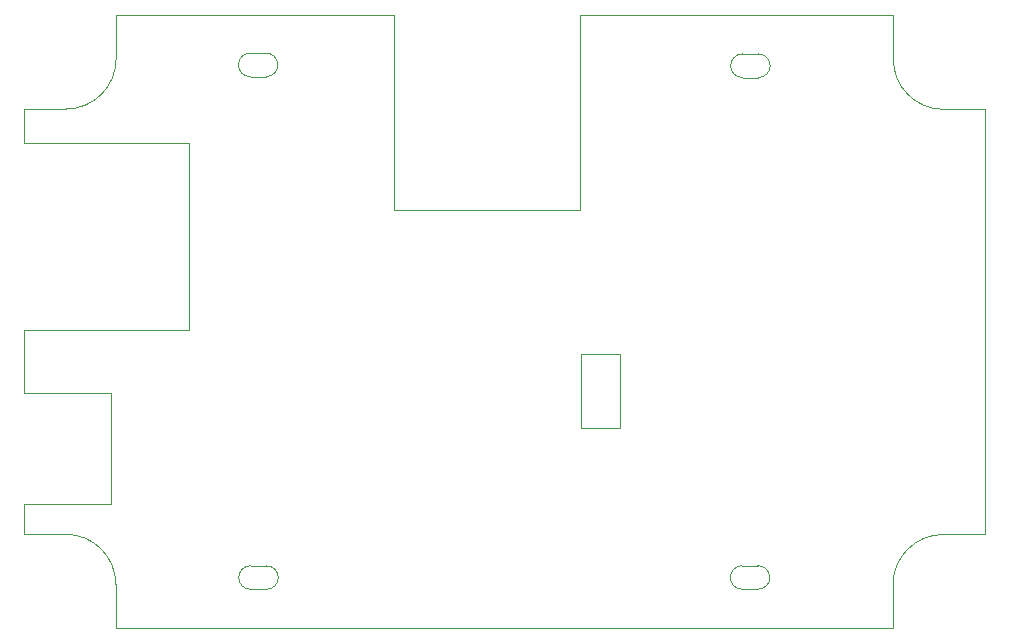
<source format=gbr>
%TF.GenerationSoftware,KiCad,Pcbnew,5.1.8-db9833491~88~ubuntu20.04.1*%
%TF.CreationDate,2020-12-08T22:22:40+01:00*%
%TF.ProjectId,licheepinano_sarau270,6c696368-6565-4706-996e-616e6f5f7361,V1.0*%
%TF.SameCoordinates,Original*%
%TF.FileFunction,Profile,NP*%
%FSLAX46Y46*%
G04 Gerber Fmt 4.6, Leading zero omitted, Abs format (unit mm)*
G04 Created by KiCad (PCBNEW 5.1.8-db9833491~88~ubuntu20.04.1) date 2020-12-08 22:22:40*
%MOMM*%
%LPD*%
G01*
G04 APERTURE LIST*
%TA.AperFunction,Profile*%
%ADD10C,0.050000*%
%TD*%
G04 APERTURE END LIST*
D10*
X113200000Y-83240000D02*
X99230058Y-83240000D01*
X99230000Y-113820000D02*
X99230058Y-116397747D01*
X99230000Y-113820000D02*
X106559942Y-113820000D01*
X106559942Y-113820000D02*
X106560000Y-104410000D01*
X99230058Y-104410000D02*
X106560000Y-104410000D01*
X99230000Y-99090000D02*
X99230058Y-104410000D01*
X113200000Y-99090000D02*
X99230000Y-99090000D01*
X113200000Y-83240000D02*
X113200000Y-99090000D01*
X130550000Y-88930000D02*
X130550000Y-72450000D01*
X146290000Y-88920000D02*
X130550000Y-88930000D01*
X146290000Y-72450000D02*
X146290000Y-88920000D01*
X146290000Y-72450000D02*
X172800000Y-72450000D01*
X149670000Y-101120000D02*
X146380000Y-101120000D01*
X149670000Y-107420000D02*
X149670000Y-101120000D01*
X146380000Y-107420000D02*
X149670000Y-107420000D01*
X146380000Y-101120000D02*
X146380000Y-107420000D01*
X118380334Y-119070440D02*
X119700000Y-119070440D01*
X119700000Y-119070440D02*
G75*
G02*
X119729666Y-121070000I29666J-999560D01*
G01*
X118410000Y-121070000D02*
G75*
G02*
X118380334Y-119070440I-29666J999560D01*
G01*
X118410000Y-121070000D02*
X119729666Y-121070000D01*
X160000334Y-119060440D02*
X161320000Y-119060440D01*
X161320000Y-119060440D02*
G75*
G02*
X161349666Y-121060000I29666J-999560D01*
G01*
X160030000Y-121060000D02*
X161349666Y-121060000D01*
X160030000Y-121060000D02*
G75*
G02*
X160000334Y-119060440I-29666J999560D01*
G01*
X118350334Y-75660440D02*
X119670000Y-75660440D01*
X119670000Y-75660440D02*
G75*
G02*
X119699666Y-77660000I29666J-999560D01*
G01*
X118380000Y-77660000D02*
X119699666Y-77660000D01*
X118380000Y-77660000D02*
G75*
G02*
X118350334Y-75660440I-29666J999560D01*
G01*
X161350000Y-75730440D02*
G75*
G02*
X161379666Y-77730000I29666J-999560D01*
G01*
X160060000Y-77730000D02*
X161379666Y-77730000D01*
X160030334Y-75730440D02*
X161350000Y-75730440D01*
X160060000Y-77730000D02*
G75*
G02*
X160030334Y-75730440I-29666J999560D01*
G01*
X106977805Y-124367689D02*
X172777805Y-124367689D01*
X99230058Y-116397747D02*
X102750058Y-116397747D01*
X106977805Y-120647689D02*
X106977805Y-124367689D01*
X102750058Y-116397747D02*
G75*
G02*
X106977805Y-120647689I-22253J-4249942D01*
G01*
X172777805Y-124367689D02*
X172777805Y-120647689D01*
X177027747Y-116419942D02*
X180547747Y-116419942D01*
X172777805Y-120647689D02*
G75*
G02*
X177027747Y-116419942I4249942J-22253D01*
G01*
X180547747Y-80419942D02*
X177027747Y-80419942D01*
X172800000Y-76170000D02*
X172800000Y-72450000D01*
X177027747Y-80419942D02*
G75*
G02*
X172800000Y-76170000I22253J4249942D01*
G01*
X107000000Y-72450000D02*
X107000000Y-76170000D01*
X102750058Y-80397747D02*
X99230058Y-80397747D01*
X107000000Y-76170000D02*
G75*
G02*
X102750058Y-80397747I-4249942J22253D01*
G01*
X99230058Y-80397747D02*
X99230058Y-83240000D01*
X180547747Y-80419942D02*
X180547747Y-116419942D01*
X107000000Y-72450000D02*
X130550000Y-72450000D01*
M02*

</source>
